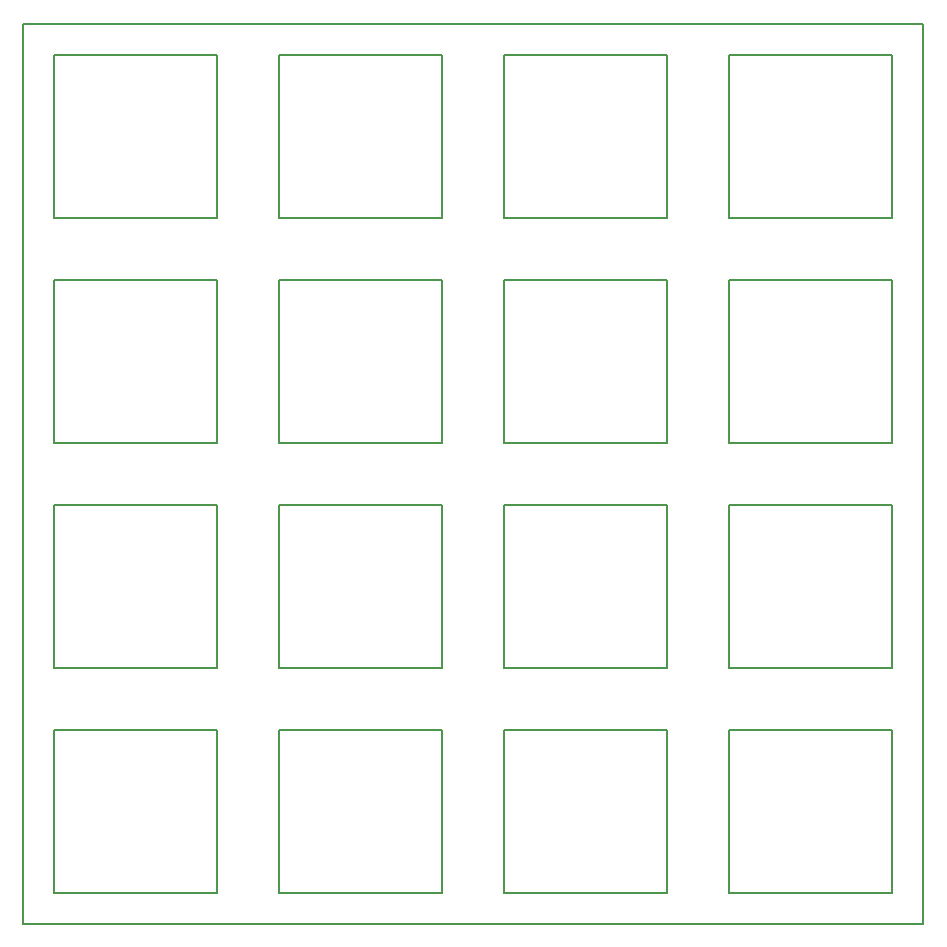
<source format=gbr>
G04 #@! TF.GenerationSoftware,KiCad,Pcbnew,(5.0.0)*
G04 #@! TF.CreationDate,2018-10-05T18:25:32-06:00*
G04 #@! TF.ProjectId,4x4_backpack,3478345F6261636B7061636B2E6B6963,rev?*
G04 #@! TF.SameCoordinates,Original*
G04 #@! TF.FileFunction,Profile,NP*
%FSLAX46Y46*%
G04 Gerber Fmt 4.6, Leading zero omitted, Abs format (unit mm)*
G04 Created by KiCad (PCBNEW (5.0.0)) date 10/05/18 18:25:32*
%MOMM*%
%LPD*%
G01*
G04 APERTURE LIST*
%ADD10C,0.150000*%
G04 APERTURE END LIST*
D10*
X97873820Y-149776180D02*
X97873820Y-135973820D01*
X78823820Y-135973820D02*
X92626180Y-135973820D01*
X92626180Y-149776180D02*
X78826360Y-149776180D01*
X111676180Y-135973820D02*
X111676180Y-149776180D01*
X78823820Y-149776180D02*
X78823820Y-135973820D01*
X92626180Y-135973820D02*
X92626180Y-149776180D01*
X111676180Y-149776180D02*
X97876360Y-149776180D01*
X97873820Y-135973820D02*
X111676180Y-135973820D01*
X116926360Y-135973820D02*
X130728720Y-135973820D01*
X130728720Y-149776180D02*
X116928900Y-149776180D01*
X149778720Y-149776180D02*
X135978900Y-149776180D01*
X135976360Y-135973820D02*
X149778720Y-135973820D01*
X149778720Y-135973820D02*
X149778720Y-149776180D01*
X135976360Y-149776180D02*
X135976360Y-135973820D01*
X130728720Y-135973820D02*
X130728720Y-149776180D01*
X116926360Y-149776180D02*
X116926360Y-135973820D01*
X97873820Y-130726180D02*
X97873820Y-116923820D01*
X78823820Y-116923820D02*
X92626180Y-116923820D01*
X92626180Y-130726180D02*
X78826360Y-130726180D01*
X111676180Y-116923820D02*
X111676180Y-130726180D01*
X78823820Y-130726180D02*
X78823820Y-116923820D01*
X92626180Y-116923820D02*
X92626180Y-130726180D01*
X111676180Y-130726180D02*
X97876360Y-130726180D01*
X97873820Y-116923820D02*
X111676180Y-116923820D01*
X116926360Y-116923820D02*
X130728720Y-116923820D01*
X130728720Y-130726180D02*
X116928900Y-130726180D01*
X149778720Y-130726180D02*
X135978900Y-130726180D01*
X135976360Y-116923820D02*
X149778720Y-116923820D01*
X149778720Y-116923820D02*
X149778720Y-130726180D01*
X135976360Y-130726180D02*
X135976360Y-116923820D01*
X130728720Y-116923820D02*
X130728720Y-130726180D01*
X116926360Y-130726180D02*
X116926360Y-116923820D01*
X97871280Y-111676180D02*
X97871280Y-97873820D01*
X78821280Y-97873820D02*
X92623640Y-97873820D01*
X92623640Y-111676180D02*
X78823820Y-111676180D01*
X111673640Y-97873820D02*
X111673640Y-111676180D01*
X78821280Y-111676180D02*
X78821280Y-97873820D01*
X92623640Y-97873820D02*
X92623640Y-111676180D01*
X111673640Y-111676180D02*
X97873820Y-111676180D01*
X97871280Y-97873820D02*
X111673640Y-97873820D01*
X116923820Y-97873820D02*
X130726180Y-97873820D01*
X130726180Y-111676180D02*
X116926360Y-111676180D01*
X149776180Y-111676180D02*
X135976360Y-111676180D01*
X135973820Y-97873820D02*
X149776180Y-97873820D01*
X149776180Y-97873820D02*
X149776180Y-111676180D01*
X135973820Y-111676180D02*
X135973820Y-97873820D01*
X130726180Y-97873820D02*
X130726180Y-111676180D01*
X116923820Y-111676180D02*
X116923820Y-97873820D01*
X78821280Y-78823820D02*
X92623640Y-78823820D01*
X92623640Y-92626180D02*
X78823820Y-92626180D01*
X111673640Y-92626180D02*
X97873820Y-92626180D01*
X97871280Y-78823820D02*
X111673640Y-78823820D01*
X111673640Y-78823820D02*
X111673640Y-92626180D01*
X97871280Y-92626180D02*
X97871280Y-78823820D01*
X92623640Y-78823820D02*
X92623640Y-92626180D01*
X78821280Y-92626180D02*
X78821280Y-78823820D01*
X130726180Y-92626180D02*
X116926360Y-92626180D01*
X116923820Y-78823820D02*
X130726180Y-78823820D01*
X130726180Y-78823820D02*
X130726180Y-92626180D01*
X116923820Y-92626180D02*
X116923820Y-78823820D01*
X149776180Y-92626180D02*
X135976360Y-92626180D01*
X149776180Y-78823820D02*
X149776180Y-92626180D01*
X135973820Y-78823820D02*
X149776180Y-78823820D01*
X135973820Y-92626180D02*
X135973820Y-78823820D01*
X152400000Y-152400000D02*
X152400000Y-76200000D01*
X152400000Y-76200000D02*
X76200000Y-76200000D01*
X76200000Y-152400000D02*
X152400000Y-152400000D01*
X76200000Y-76200000D02*
X76200000Y-152400000D01*
M02*

</source>
